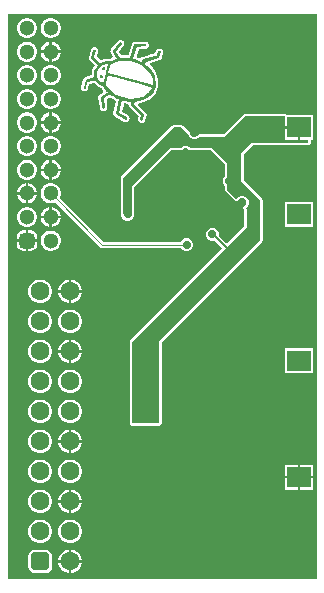
<source format=gbl>
G04*
G04 #@! TF.GenerationSoftware,Altium Limited,Altium Designer,23.3.1 (30)*
G04*
G04 Layer_Physical_Order=2*
G04 Layer_Color=16711680*
%FSLAX44Y44*%
%MOMM*%
G71*
G04*
G04 #@! TF.SameCoordinates,73034098-7AF1-4D24-A32C-B869409C610D*
G04*
G04*
G04 #@! TF.FilePolarity,Positive*
G04*
G01*
G75*
%ADD37C,0.1500*%
%ADD38C,0.1250*%
%ADD40R,2.0000X1.7000*%
%ADD41C,1.3000*%
G04:AMPARAMS|DCode=42|XSize=1.3mm|YSize=1.3mm|CornerRadius=0.325mm|HoleSize=0mm|Usage=FLASHONLY|Rotation=90.000|XOffset=0mm|YOffset=0mm|HoleType=Round|Shape=RoundedRectangle|*
%AMROUNDEDRECTD42*
21,1,1.3000,0.6500,0,0,90.0*
21,1,0.6500,1.3000,0,0,90.0*
1,1,0.6500,0.3250,0.3250*
1,1,0.6500,0.3250,-0.3250*
1,1,0.6500,-0.3250,-0.3250*
1,1,0.6500,-0.3250,0.3250*
%
%ADD42ROUNDEDRECTD42*%
%ADD43C,1.6000*%
G04:AMPARAMS|DCode=44|XSize=1.6mm|YSize=1.6mm|CornerRadius=0.4mm|HoleSize=0mm|Usage=FLASHONLY|Rotation=90.000|XOffset=0mm|YOffset=0mm|HoleType=Round|Shape=RoundedRectangle|*
%AMROUNDEDRECTD44*
21,1,1.6000,0.8000,0,0,90.0*
21,1,0.8000,1.6000,0,0,90.0*
1,1,0.8000,0.4000,0.4000*
1,1,0.8000,0.4000,-0.4000*
1,1,0.8000,-0.4000,-0.4000*
1,1,0.8000,-0.4000,0.4000*
%
%ADD44ROUNDEDRECTD44*%
%ADD45C,0.7000*%
G36*
X283000Y145250D02*
X21500D01*
Y623250D01*
X283000D01*
Y145250D01*
D02*
G37*
%LPC*%
G36*
X58919Y620150D02*
X56681D01*
X54519Y619571D01*
X52581Y618452D01*
X50998Y616869D01*
X49879Y614931D01*
X49300Y612769D01*
Y610531D01*
X49879Y608369D01*
X50998Y606431D01*
X52581Y604848D01*
X54519Y603729D01*
X56681Y603150D01*
X58919D01*
X61081Y603729D01*
X63019Y604848D01*
X64602Y606431D01*
X65721Y608369D01*
X66300Y610531D01*
Y612769D01*
X65721Y614931D01*
X64602Y616869D01*
X63019Y618452D01*
X61081Y619571D01*
X58919Y620150D01*
D02*
G37*
G36*
X38919D02*
X36681D01*
X34519Y619571D01*
X32581Y618452D01*
X30998Y616869D01*
X29879Y614931D01*
X29300Y612769D01*
Y610531D01*
X29879Y608369D01*
X30998Y606431D01*
X32581Y604848D01*
X34519Y603729D01*
X36681Y603150D01*
X38919D01*
X41081Y603729D01*
X43019Y604848D01*
X44602Y606431D01*
X45721Y608369D01*
X46300Y610531D01*
Y612769D01*
X45721Y614931D01*
X44602Y616869D01*
X43019Y618452D01*
X41081Y619571D01*
X38919Y620150D01*
D02*
G37*
G36*
X117217Y601505D02*
X117217Y601505D01*
X117216Y601505D01*
X116722Y601495D01*
X116706Y601491D01*
X116689Y601494D01*
X116318Y601405D01*
X115945Y601322D01*
X115932Y601313D01*
X115915Y601309D01*
X115426Y601084D01*
X115419Y601079D01*
X115411Y601077D01*
X115096Y600846D01*
X114781Y600617D01*
X114777Y600611D01*
X114770Y600606D01*
X114341Y600135D01*
X114310Y600084D01*
X114263Y600045D01*
X108938Y593473D01*
X108770Y593154D01*
X108589Y592840D01*
X108584Y592802D01*
X108567Y592769D01*
X108534Y592409D01*
X108488Y592051D01*
X108497Y592014D01*
X108494Y591977D01*
X108601Y591631D01*
X108695Y591283D01*
X109103Y590461D01*
X109111Y590450D01*
X109115Y590437D01*
X109526Y589636D01*
X109534Y589626D01*
X109537Y589614D01*
X109952Y588828D01*
X109959Y588820D01*
X109962Y588809D01*
X110359Y588076D01*
X110394Y587989D01*
X110404Y587924D01*
X109877Y586539D01*
X109792Y586476D01*
X109584Y586391D01*
X108645Y586020D01*
X107830Y585718D01*
X107236Y585529D01*
X106949Y585470D01*
X106608Y585451D01*
X106280Y585458D01*
X105954Y585483D01*
X105597Y585514D01*
X105550Y585509D01*
X105505Y585521D01*
X105115Y585538D01*
X105031Y585525D01*
X104946Y585538D01*
X104496Y585520D01*
X104407Y585499D01*
X104316Y585505D01*
X103762Y585434D01*
X103690Y585410D01*
X103614Y585409D01*
X102915Y585267D01*
X102868Y585247D01*
X102818Y585244D01*
X102296Y585111D01*
X102260Y585093D01*
X102219Y585090D01*
X101750Y584950D01*
X101714Y584931D01*
X101673Y584926D01*
X101242Y584778D01*
X101211Y584761D01*
X101177Y584755D01*
X100767Y584600D01*
X100739Y584582D01*
X100706Y584575D01*
X100262Y584390D01*
X97188Y587523D01*
X98118Y591348D01*
X98123Y591484D01*
X98164Y591615D01*
X98225Y592189D01*
X98222Y592219D01*
X98230Y592249D01*
X98186Y592614D01*
X98153Y592981D01*
X98138Y593008D01*
X98135Y593039D01*
X97991Y593477D01*
X97963Y593526D01*
X97954Y593582D01*
X97769Y593871D01*
X97600Y594170D01*
X97556Y594205D01*
X97526Y594253D01*
X97234Y594558D01*
X96913Y594782D01*
X96594Y595009D01*
X96210Y595180D01*
X95887Y595254D01*
X95569Y595349D01*
X95149Y595389D01*
X94827Y595356D01*
X94504Y595347D01*
X94105Y595256D01*
X93757Y595100D01*
X93405Y594950D01*
X93083Y594729D01*
X93024Y594669D01*
X92950Y594629D01*
X92748Y594385D01*
X92527Y594159D01*
X92496Y594081D01*
X92442Y594016D01*
X92253Y593667D01*
X92178Y593424D01*
X92070Y593194D01*
X90395Y586533D01*
X90385Y586334D01*
X90336Y586141D01*
X90365Y585941D01*
X90355Y585738D01*
X90422Y585550D01*
X90451Y585353D01*
X90555Y585180D01*
X90623Y584989D01*
X90757Y584841D01*
X90859Y584670D01*
X94986Y580096D01*
X94236Y578994D01*
X94188Y578881D01*
X94112Y578786D01*
X93522Y577649D01*
X93483Y577512D01*
X93410Y577389D01*
X93001Y576231D01*
X92979Y576082D01*
X92922Y575942D01*
X92687Y574738D01*
X92688Y574595D01*
X92652Y574456D01*
X92585Y573180D01*
X92603Y573057D01*
X92587Y572933D01*
X92677Y571628D01*
X86809Y569805D01*
X86588Y569685D01*
X86352Y569598D01*
X86241Y569496D01*
X86110Y569425D01*
X85951Y569229D01*
X85766Y569059D01*
X85703Y568923D01*
X85609Y568806D01*
X85538Y568565D01*
X85432Y568337D01*
X83809Y561631D01*
X83800Y561406D01*
X83752Y561187D01*
X83745Y560787D01*
X83758Y560714D01*
X83748Y560640D01*
X83828Y560325D01*
X83886Y560004D01*
X83926Y559941D01*
X83945Y559869D01*
X84101Y559544D01*
X84111Y559530D01*
X84116Y559513D01*
X84350Y559212D01*
X84578Y558907D01*
X84593Y558898D01*
X84603Y558885D01*
X84878Y558646D01*
X85174Y558478D01*
X85459Y558292D01*
X85807Y558154D01*
X86117Y558096D01*
X86422Y558014D01*
X86796Y557988D01*
X87139Y558032D01*
X87485Y558058D01*
X87841Y558158D01*
X87855Y558165D01*
X87871Y558166D01*
X88210Y558344D01*
X88551Y558517D01*
X88561Y558529D01*
X88575Y558536D01*
X88868Y558773D01*
X88904Y558816D01*
X88952Y558845D01*
X89157Y559120D01*
X89377Y559385D01*
X89394Y559438D01*
X89427Y559483D01*
X89612Y559871D01*
X89664Y560076D01*
X89753Y560268D01*
X90687Y564138D01*
X91065Y564237D01*
X92037Y564484D01*
X93060Y564740D01*
X94067Y564987D01*
X94996Y565212D01*
X95095Y565236D01*
X95614Y564583D01*
X95641Y564560D01*
X95659Y564528D01*
X96208Y563884D01*
X96258Y563844D01*
X96293Y563790D01*
X96833Y563231D01*
X96904Y563182D01*
X96957Y563114D01*
X97533Y562609D01*
X97611Y562564D01*
X97672Y562498D01*
X98330Y562017D01*
X98400Y561984D01*
X98456Y561932D01*
X99242Y561443D01*
X99294Y561423D01*
X99336Y561387D01*
X100294Y560860D01*
X100327Y560850D01*
X100355Y560828D01*
X100976Y560513D01*
X101163Y560405D01*
X101241Y560233D01*
X101274Y560187D01*
X101290Y560132D01*
X101516Y559699D01*
X101568Y559634D01*
X101598Y559556D01*
X101968Y558968D01*
X102011Y558923D01*
X102036Y558866D01*
X102254Y558563D01*
X102347Y558330D01*
X102357Y558274D01*
X102198Y557183D01*
X101982Y556865D01*
X101367Y556459D01*
X101362Y556455D01*
X101356Y556452D01*
X100555Y555916D01*
X100548Y555909D01*
X100539Y555905D01*
X99744Y555362D01*
X99734Y555353D01*
X99722Y555347D01*
X98944Y554801D01*
X98724Y554571D01*
X98486Y554359D01*
X98451Y554285D01*
X98394Y554225D01*
X98279Y553929D01*
X98141Y553642D01*
X98136Y553560D01*
X98107Y553483D01*
X98114Y553165D01*
X98096Y552848D01*
X99291Y544366D01*
X99338Y544231D01*
X99350Y544088D01*
X99509Y543536D01*
X99523Y543508D01*
X99526Y543478D01*
X99705Y543156D01*
X99873Y542829D01*
X99897Y542809D01*
X99912Y542782D01*
X100239Y542395D01*
X100244Y542391D01*
X100247Y542385D01*
X100557Y542142D01*
X100861Y541900D01*
X100868Y541898D01*
X100873Y541893D01*
X101307Y541673D01*
X101659Y541575D01*
X102007Y541465D01*
X102486Y541412D01*
X102844Y541444D01*
X103202Y541461D01*
X103662Y541575D01*
X103662D01*
X103662Y541575D01*
X103665Y541576D01*
X104020Y541744D01*
X104382Y541914D01*
X104768Y542198D01*
X104800Y542233D01*
X104841Y542255D01*
X105066Y542526D01*
X105304Y542786D01*
X105320Y542831D01*
X105350Y542867D01*
X105596Y543321D01*
X105606Y543353D01*
X105626Y543378D01*
X105723Y543731D01*
X105832Y544081D01*
X105829Y544114D01*
X105837Y544145D01*
X105883Y544770D01*
X105860Y544951D01*
X105877Y545133D01*
X105224Y551296D01*
X108196Y553074D01*
X108736Y552693D01*
X108778Y552674D01*
X108812Y552643D01*
X109822Y551996D01*
X109857Y551982D01*
X109884Y551957D01*
X110971Y551316D01*
X111004Y551304D01*
X111031Y551282D01*
X112138Y550678D01*
X112175Y550666D01*
X112206Y550642D01*
X113278Y550108D01*
X113326Y550095D01*
X113367Y550067D01*
X113579Y549974D01*
X110859Y539437D01*
X110854Y539330D01*
X110817Y539229D01*
X110831Y538936D01*
X110815Y538643D01*
X110850Y538541D01*
X110855Y538434D01*
X110981Y538169D01*
X111077Y537892D01*
X111149Y537812D01*
X111195Y537715D01*
X111412Y537517D01*
X111608Y537298D01*
X111704Y537252D01*
X111784Y537180D01*
X120186Y532129D01*
X120338Y532075D01*
X120473Y531987D01*
X120832Y531841D01*
X121055Y531799D01*
X121268Y531719D01*
X121443Y531725D01*
X121614Y531693D01*
X121836Y531739D01*
X122064Y531747D01*
X122403Y531827D01*
X122484Y531864D01*
X122573Y531875D01*
X122844Y532028D01*
X123127Y532157D01*
X123188Y532223D01*
X123266Y532267D01*
X123559Y532519D01*
X123762Y532779D01*
X123983Y533025D01*
X124204Y533398D01*
X124293Y533651D01*
X124414Y533891D01*
X124536Y534331D01*
X124557Y534612D01*
X124611Y534888D01*
X124608Y535344D01*
X124537Y535690D01*
X124482Y536038D01*
X124328Y536455D01*
X124304Y536494D01*
X124295Y536540D01*
X124097Y536833D01*
X123913Y537133D01*
X123875Y537161D01*
X123849Y537199D01*
X123518Y537527D01*
X123325Y537654D01*
X123155Y537812D01*
X118087Y540941D01*
X119680Y546886D01*
X120239Y548007D01*
X121267Y547785D01*
X121291Y547785D01*
X121313Y547776D01*
X122311Y547584D01*
X122337Y547585D01*
X122362Y547575D01*
X122523Y547549D01*
X122724Y547492D01*
X123526Y546911D01*
X123727Y546408D01*
X123802Y546211D01*
X123840Y546004D01*
X123944Y545844D01*
X124012Y545665D01*
X124157Y545513D01*
X124272Y545336D01*
X132269Y537077D01*
X131755Y535119D01*
X131742Y534905D01*
X131691Y534698D01*
X131669Y534228D01*
X131682Y534140D01*
X131668Y534052D01*
X131741Y533749D01*
X131787Y533441D01*
X131833Y533364D01*
X131853Y533278D01*
X132023Y532910D01*
X132045Y532880D01*
X132055Y532844D01*
X132278Y532559D01*
X132490Y532266D01*
X132522Y532246D01*
X132545Y532217D01*
X132852Y531953D01*
X133141Y531790D01*
X133419Y531608D01*
X133808Y531451D01*
X134078Y531400D01*
X134339Y531316D01*
X134755Y531268D01*
X135036Y531292D01*
X135319Y531282D01*
X135708Y531346D01*
X136053Y531476D01*
X136401Y531595D01*
X136708Y531773D01*
X136807Y531861D01*
X136926Y531920D01*
X137103Y532122D01*
X137305Y532300D01*
X137363Y532419D01*
X137450Y532519D01*
X137620Y532813D01*
X137706Y533068D01*
X137825Y533310D01*
X139048Y537940D01*
X139064Y538193D01*
X139116Y538442D01*
X139088Y538587D01*
X139098Y538734D01*
X139015Y538974D01*
X138968Y539224D01*
X138887Y539347D01*
X138839Y539486D01*
X138671Y539677D01*
X138532Y539889D01*
X132067Y546475D01*
X132102Y546711D01*
X132597Y547748D01*
X134056Y548119D01*
X134120Y548149D01*
X134191Y548158D01*
X136123Y548793D01*
X136198Y548835D01*
X136283Y548853D01*
X138323Y549719D01*
X138407Y549776D01*
X138505Y549807D01*
X140585Y550945D01*
X140676Y551021D01*
X140784Y551069D01*
X142836Y552520D01*
X142928Y552617D01*
X143042Y552687D01*
X144997Y554493D01*
X145106Y554642D01*
X145243Y554765D01*
X145922Y555667D01*
X145926Y555676D01*
X145932Y555681D01*
X146671Y556663D01*
X146746Y556818D01*
X146853Y556953D01*
X147870Y558923D01*
X147919Y559095D01*
X148005Y559252D01*
X148639Y561289D01*
X148658Y561460D01*
X148714Y561623D01*
X148997Y563724D01*
X148987Y563880D01*
X149015Y564034D01*
X148975Y566195D01*
X148947Y566326D01*
X148953Y566460D01*
X148621Y568677D01*
X148583Y568781D01*
X148576Y568892D01*
X147981Y571161D01*
X147941Y571242D01*
X147928Y571331D01*
X147099Y573648D01*
X147016Y573785D01*
X146969Y573937D01*
X146240Y575273D01*
X146185Y575339D01*
X146153Y575419D01*
X145338Y576656D01*
X145282Y576712D01*
X145247Y576783D01*
X144360Y577928D01*
X144307Y577975D01*
X144271Y578036D01*
X143328Y579096D01*
X143279Y579133D01*
X143244Y579184D01*
X142259Y580167D01*
X142215Y580196D01*
X142184Y580238D01*
X141601Y580762D01*
X141853Y582111D01*
X141884Y582156D01*
X150453Y584492D01*
X150680Y584604D01*
X150920Y584684D01*
X151033Y584780D01*
X151165Y584846D01*
X151331Y585038D01*
X151523Y585203D01*
X151590Y585335D01*
X151687Y585447D01*
X151768Y585687D01*
X151882Y585913D01*
X153190Y590625D01*
X153211Y590908D01*
X153265Y591185D01*
X153262Y591543D01*
X153232Y591689D01*
X153239Y591837D01*
X153152Y592075D01*
X153101Y592323D01*
X153018Y592445D01*
X152967Y592585D01*
X152779Y592896D01*
X152519Y593180D01*
X152263Y593467D01*
X151941Y593709D01*
X151684Y593834D01*
X151442Y593986D01*
X151039Y594140D01*
X150778Y594185D01*
X150525Y594263D01*
X150092Y594309D01*
X149785Y594281D01*
X149476Y594281D01*
X149065Y594198D01*
X149056Y594194D01*
X149046Y594194D01*
X148689Y594041D01*
X148331Y593892D01*
X148324Y593885D01*
X148315Y593881D01*
X147977Y593650D01*
X147913Y593585D01*
X147832Y593541D01*
X147636Y593302D01*
X147420Y593081D01*
X147386Y592996D01*
X147328Y592925D01*
X147115Y592525D01*
X147051Y592311D01*
X146950Y592110D01*
X146438Y590258D01*
X146181Y590186D01*
X144646Y589754D01*
X143002Y589293D01*
X143000Y589292D01*
X142999Y589292D01*
X141308Y588815D01*
X141305Y588813D01*
X141301Y588813D01*
X139627Y588334D01*
X139621Y588331D01*
X139615Y588330D01*
X138019Y587864D01*
X138011Y587859D01*
X138002Y587858D01*
X136547Y587419D01*
X136533Y587411D01*
X136518Y587410D01*
X135266Y587011D01*
X135054Y586894D01*
X134827Y586811D01*
X134709Y586704D01*
X134570Y586627D01*
X134419Y586437D01*
X134240Y586274D01*
X133945Y586013D01*
X132790Y586085D01*
X132629Y586157D01*
X132611Y586161D01*
X132596Y586172D01*
X131596Y586600D01*
X131572Y586605D01*
X131550Y586619D01*
X130561Y587015D01*
X130768Y588268D01*
X132290Y593950D01*
X137813Y593969D01*
X137999Y594007D01*
X138190Y594006D01*
X138666Y594097D01*
X138694Y594108D01*
X138723Y594109D01*
X139061Y594258D01*
X139403Y594397D01*
X139424Y594417D01*
X139451Y594429D01*
X139790Y594666D01*
X139802Y594678D01*
X139817Y594685D01*
X140077Y594965D01*
X140341Y595241D01*
X140347Y595256D01*
X140358Y595268D01*
X140563Y595602D01*
X140689Y595941D01*
X140828Y596276D01*
X140903Y596658D01*
X140902Y596995D01*
X140922Y597332D01*
X140870Y597711D01*
X140751Y598053D01*
X140644Y598400D01*
X140467Y598727D01*
X140444Y598755D01*
X140432Y598790D01*
X140191Y599061D01*
X139960Y599340D01*
X139927Y599357D01*
X139903Y599384D01*
X139605Y599610D01*
X139532Y599645D01*
X139473Y599701D01*
X139176Y599817D01*
X138889Y599956D01*
X138807Y599961D01*
X138732Y599991D01*
X138316Y600064D01*
X138120Y600060D01*
X137927Y600095D01*
X128584Y599946D01*
X128477Y599923D01*
X128367Y599931D01*
X128091Y599840D01*
X127806Y599778D01*
X127716Y599716D01*
X127612Y599681D01*
X127391Y599491D01*
X127152Y599326D01*
X127092Y599233D01*
X127009Y599162D01*
X126878Y598902D01*
X126721Y598657D01*
X126701Y598549D01*
X126651Y598451D01*
X124228Y589691D01*
X123800Y588506D01*
X123230Y588557D01*
X123190Y588553D01*
X123152Y588562D01*
X122583Y588592D01*
X122552Y588587D01*
X122520Y588594D01*
X121950Y588606D01*
X121925Y588602D01*
X121901Y588607D01*
X121327Y588605D01*
X121310Y588601D01*
X121294Y588604D01*
X120714Y588593D01*
X120709Y588592D01*
X120705Y588593D01*
X120221Y588582D01*
X119690Y588570D01*
X119686Y588569D01*
X119683Y588570D01*
X119123Y588555D01*
X119117Y588554D01*
X119111Y588555D01*
X118538Y588537D01*
X118529Y588535D01*
X118520Y588536D01*
X117952Y588513D01*
X117938Y588510D01*
X117924Y588512D01*
X117624Y588496D01*
X115917Y591354D01*
X119467Y596200D01*
X119520Y596314D01*
X119601Y596409D01*
X119932Y596999D01*
X119938Y597018D01*
X119951Y597033D01*
X120061Y597395D01*
X120178Y597755D01*
X120176Y597775D01*
X120182Y597794D01*
X120234Y598327D01*
X120227Y598398D01*
X120243Y598468D01*
X120189Y598792D01*
X120157Y599119D01*
X120123Y599182D01*
X120111Y599252D01*
X119942Y599696D01*
X119918Y599735D01*
X119908Y599780D01*
X119707Y600071D01*
X119520Y600370D01*
X119482Y600397D01*
X119456Y600435D01*
X119122Y600759D01*
X119117Y600762D01*
X119114Y600767D01*
X118781Y600979D01*
X118454Y601190D01*
X118448Y601191D01*
X118443Y601195D01*
X118001Y601367D01*
X118000Y601367D01*
X118000Y601367D01*
X117597Y601438D01*
X117217Y601505D01*
D02*
G37*
G36*
X58919Y600150D02*
X58800D01*
Y592650D01*
X66300D01*
Y592769D01*
X65721Y594931D01*
X64602Y596869D01*
X63019Y598452D01*
X61081Y599571D01*
X58919Y600150D01*
D02*
G37*
G36*
X56800D02*
X56681D01*
X54519Y599571D01*
X52581Y598452D01*
X50998Y596869D01*
X49879Y594931D01*
X49300Y592769D01*
Y592650D01*
X56800D01*
Y600150D01*
D02*
G37*
G36*
X66300Y590650D02*
X58800D01*
Y583150D01*
X58919D01*
X61081Y583729D01*
X63019Y584848D01*
X64602Y586431D01*
X65721Y588369D01*
X66300Y590531D01*
Y590650D01*
D02*
G37*
G36*
X56800D02*
X49300D01*
Y590531D01*
X49879Y588369D01*
X50998Y586431D01*
X52581Y584848D01*
X54519Y583729D01*
X56681Y583150D01*
X56800D01*
Y590650D01*
D02*
G37*
G36*
X38919Y600150D02*
X36681D01*
X34519Y599571D01*
X32581Y598452D01*
X30998Y596869D01*
X29879Y594931D01*
X29300Y592769D01*
Y590531D01*
X29879Y588369D01*
X30998Y586431D01*
X32581Y584848D01*
X34519Y583729D01*
X36681Y583150D01*
X38919D01*
X41081Y583729D01*
X43019Y584848D01*
X44602Y586431D01*
X45721Y588369D01*
X46300Y590531D01*
Y592769D01*
X45721Y594931D01*
X44602Y596869D01*
X43019Y598452D01*
X41081Y599571D01*
X38919Y600150D01*
D02*
G37*
G36*
X58919Y580150D02*
X56681D01*
X54519Y579571D01*
X52581Y578452D01*
X50998Y576869D01*
X49879Y574931D01*
X49300Y572769D01*
Y570531D01*
X49879Y568369D01*
X50998Y566431D01*
X52581Y564848D01*
X54519Y563729D01*
X56681Y563150D01*
X58919D01*
X61081Y563729D01*
X63019Y564848D01*
X64602Y566431D01*
X65721Y568369D01*
X66300Y570531D01*
Y572769D01*
X65721Y574931D01*
X64602Y576869D01*
X63019Y578452D01*
X61081Y579571D01*
X58919Y580150D01*
D02*
G37*
G36*
X38919D02*
X36681D01*
X34519Y579571D01*
X32581Y578452D01*
X30998Y576869D01*
X29879Y574931D01*
X29300Y572769D01*
Y570531D01*
X29879Y568369D01*
X30998Y566431D01*
X32581Y564848D01*
X34519Y563729D01*
X36681Y563150D01*
X38919D01*
X41081Y563729D01*
X43019Y564848D01*
X44602Y566431D01*
X45721Y568369D01*
X46300Y570531D01*
Y572769D01*
X45721Y574931D01*
X44602Y576869D01*
X43019Y578452D01*
X41081Y579571D01*
X38919Y580150D01*
D02*
G37*
G36*
X58919Y560150D02*
X56681D01*
X54519Y559571D01*
X52581Y558452D01*
X50998Y556869D01*
X49879Y554931D01*
X49300Y552769D01*
Y550531D01*
X49879Y548369D01*
X50998Y546431D01*
X52581Y544848D01*
X54519Y543729D01*
X56681Y543150D01*
X58919D01*
X61081Y543729D01*
X63019Y544848D01*
X64602Y546431D01*
X65721Y548369D01*
X66300Y550531D01*
Y552769D01*
X65721Y554931D01*
X64602Y556869D01*
X63019Y558452D01*
X61081Y559571D01*
X58919Y560150D01*
D02*
G37*
G36*
X38919D02*
X36681D01*
X34519Y559571D01*
X32581Y558452D01*
X30998Y556869D01*
X29879Y554931D01*
X29300Y552769D01*
Y550531D01*
X29879Y548369D01*
X30998Y546431D01*
X32581Y544848D01*
X34519Y543729D01*
X36681Y543150D01*
X38919D01*
X41081Y543729D01*
X43019Y544848D01*
X44602Y546431D01*
X45721Y548369D01*
X46300Y550531D01*
Y552769D01*
X45721Y554931D01*
X44602Y556869D01*
X43019Y558452D01*
X41081Y559571D01*
X38919Y560150D01*
D02*
G37*
G36*
X58919Y540150D02*
X58800D01*
Y532650D01*
X66300D01*
Y532769D01*
X65721Y534931D01*
X64602Y536869D01*
X63019Y538452D01*
X61081Y539571D01*
X58919Y540150D01*
D02*
G37*
G36*
X56800D02*
X56681D01*
X54519Y539571D01*
X52581Y538452D01*
X50998Y536869D01*
X49879Y534931D01*
X49300Y532769D01*
Y532650D01*
X56800D01*
Y540150D01*
D02*
G37*
G36*
X66300Y530650D02*
X58800D01*
Y523150D01*
X58919D01*
X61081Y523729D01*
X63019Y524848D01*
X64602Y526431D01*
X65721Y528369D01*
X66300Y530531D01*
Y530650D01*
D02*
G37*
G36*
X56800D02*
X49300D01*
Y530531D01*
X49879Y528369D01*
X50998Y526431D01*
X52581Y524848D01*
X54519Y523729D01*
X56681Y523150D01*
X56800D01*
Y530650D01*
D02*
G37*
G36*
X38919Y540150D02*
X36681D01*
X34519Y539571D01*
X32581Y538452D01*
X30998Y536869D01*
X29879Y534931D01*
X29300Y532769D01*
Y530531D01*
X29879Y528369D01*
X30998Y526431D01*
X32581Y524848D01*
X34519Y523729D01*
X36681Y523150D01*
X38919D01*
X41081Y523729D01*
X43019Y524848D01*
X44602Y526431D01*
X45721Y528369D01*
X46300Y530531D01*
Y532769D01*
X45721Y534931D01*
X44602Y536869D01*
X43019Y538452D01*
X41081Y539571D01*
X38919Y540150D01*
D02*
G37*
G36*
X222500Y538789D02*
X221720Y538634D01*
X221058Y538192D01*
X204631Y521764D01*
X184004D01*
X184003Y521764D01*
X183223Y521609D01*
X182561Y521167D01*
X181460Y520066D01*
X180188Y519539D01*
X178812D01*
X177540Y520066D01*
X176566Y521040D01*
X176026Y522342D01*
X175884Y523059D01*
X175442Y523720D01*
X175442Y523720D01*
X170057Y529105D01*
X169396Y529547D01*
X168615Y529702D01*
X162384D01*
X161604Y529547D01*
X160943Y529105D01*
X117808Y485970D01*
X117366Y485308D01*
X117211Y484528D01*
Y453807D01*
X117366Y453027D01*
X117495Y452834D01*
Y452713D01*
X118333Y450692D01*
X119880Y449145D01*
X121901Y448307D01*
X124089D01*
X126111Y449145D01*
X127658Y450692D01*
X128495Y452713D01*
Y454901D01*
X128475Y454949D01*
Y476341D01*
X160095Y507961D01*
X168222D01*
X169002Y508116D01*
X169664Y508558D01*
X170290Y509184D01*
X171562Y509711D01*
X172938D01*
X174210Y509184D01*
X174836Y508558D01*
X175498Y508116D01*
X176278Y507961D01*
X193655D01*
X205322Y496294D01*
Y486100D01*
X204337Y485116D01*
X203500Y483094D01*
Y480906D01*
X204337Y478885D01*
X205322Y477900D01*
Y474889D01*
X205477Y474109D01*
X205919Y473447D01*
X205919Y473447D01*
X213726Y465640D01*
X213893Y465528D01*
X214035Y465386D01*
X214221Y465309D01*
X214388Y465198D01*
X214585Y465159D01*
X214771Y465082D01*
X214971Y465082D01*
X215168Y465043D01*
X215365Y465082D01*
X215566Y465082D01*
X215735Y465116D01*
X215921Y465192D01*
X215949Y465198D01*
X215949Y465198D01*
X216118Y465232D01*
X216285Y465343D01*
X216471Y465420D01*
X216612Y465562D01*
X216779Y465674D01*
X218040Y466934D01*
X219312Y467461D01*
X220688D01*
X221960Y466934D01*
X222934Y465960D01*
X223461Y464688D01*
Y463312D01*
X222934Y462040D01*
X221674Y460779D01*
X221562Y460612D01*
X221420Y460471D01*
X221343Y460285D01*
X221231Y460118D01*
X221198Y459949D01*
X221198Y459949D01*
X221192Y459921D01*
X221116Y459735D01*
X221082Y459566D01*
X221082Y459365D01*
X221043Y459168D01*
X221082Y458971D01*
X221082Y458771D01*
X221159Y458585D01*
X221198Y458388D01*
X221309Y458221D01*
X221386Y458036D01*
X221528Y457893D01*
X221640Y457726D01*
X221711Y457655D01*
Y443845D01*
X207041Y429175D01*
X200240Y435975D01*
X200250Y436000D01*
Y438188D01*
X199413Y440210D01*
X197866Y441757D01*
X195844Y442594D01*
X193656D01*
X191635Y441757D01*
X190087Y440210D01*
X189250Y438188D01*
Y436000D01*
X190087Y433979D01*
X191635Y432431D01*
X193656Y431594D01*
X195844D01*
X196443Y431842D01*
X203076Y425209D01*
X125308Y347442D01*
X124866Y346780D01*
X124711Y346000D01*
Y277000D01*
X124866Y276220D01*
X125308Y275558D01*
X125970Y275116D01*
X126750Y274961D01*
X149750D01*
X150530Y275116D01*
X151192Y275558D01*
X151634Y276220D01*
X151789Y277000D01*
Y345405D01*
X236692Y430308D01*
X237134Y430970D01*
X237289Y431750D01*
Y466000D01*
X237134Y466780D01*
X236692Y467442D01*
X236692Y467442D01*
X221451Y482683D01*
Y504567D01*
X229345Y512461D01*
X276000D01*
X276780Y512616D01*
X277442Y513058D01*
X277884Y513720D01*
X278039Y514500D01*
Y517000D01*
X280000D01*
Y538000D01*
X257570D01*
X257442Y538192D01*
X256780Y538634D01*
X256000Y538789D01*
X222500D01*
X222500Y538789D01*
D02*
G37*
G36*
X58919Y520150D02*
X56681D01*
X54519Y519571D01*
X52581Y518452D01*
X50998Y516869D01*
X49879Y514931D01*
X49300Y512769D01*
Y510531D01*
X49879Y508369D01*
X50998Y506431D01*
X52581Y504848D01*
X54519Y503729D01*
X56681Y503150D01*
X58919D01*
X61081Y503729D01*
X63019Y504848D01*
X64602Y506431D01*
X65721Y508369D01*
X66300Y510531D01*
Y512769D01*
X65721Y514931D01*
X64602Y516869D01*
X63019Y518452D01*
X61081Y519571D01*
X58919Y520150D01*
D02*
G37*
G36*
X38919D02*
X36681D01*
X34519Y519571D01*
X32581Y518452D01*
X30998Y516869D01*
X29879Y514931D01*
X29300Y512769D01*
Y510531D01*
X29879Y508369D01*
X30998Y506431D01*
X32581Y504848D01*
X34519Y503729D01*
X36681Y503150D01*
X38919D01*
X41081Y503729D01*
X43019Y504848D01*
X44602Y506431D01*
X45721Y508369D01*
X46300Y510531D01*
Y512769D01*
X45721Y514931D01*
X44602Y516869D01*
X43019Y518452D01*
X41081Y519571D01*
X38919Y520150D01*
D02*
G37*
G36*
X58919Y500150D02*
X58800D01*
Y492650D01*
X66300D01*
Y492769D01*
X65721Y494931D01*
X64602Y496869D01*
X63019Y498452D01*
X61081Y499571D01*
X58919Y500150D01*
D02*
G37*
G36*
X56800D02*
X56681D01*
X54519Y499571D01*
X52581Y498452D01*
X50998Y496869D01*
X49879Y494931D01*
X49300Y492769D01*
Y492650D01*
X56800D01*
Y500150D01*
D02*
G37*
G36*
X66300Y490650D02*
X58800D01*
Y483150D01*
X58919D01*
X61081Y483729D01*
X63019Y484848D01*
X64602Y486431D01*
X65721Y488369D01*
X66300Y490531D01*
Y490650D01*
D02*
G37*
G36*
X56800D02*
X49300D01*
Y490531D01*
X49879Y488369D01*
X50998Y486431D01*
X52581Y484848D01*
X54519Y483729D01*
X56681Y483150D01*
X56800D01*
Y490650D01*
D02*
G37*
G36*
X38919Y500150D02*
X36681D01*
X34519Y499571D01*
X32581Y498452D01*
X30998Y496869D01*
X29879Y494931D01*
X29300Y492769D01*
Y490531D01*
X29879Y488369D01*
X30998Y486431D01*
X32581Y484848D01*
X34519Y483729D01*
X36681Y483150D01*
X38919D01*
X41081Y483729D01*
X43019Y484848D01*
X44602Y486431D01*
X45721Y488369D01*
X46300Y490531D01*
Y492769D01*
X45721Y494931D01*
X44602Y496869D01*
X43019Y498452D01*
X41081Y499571D01*
X38919Y500150D01*
D02*
G37*
G36*
Y480150D02*
X38800D01*
Y472650D01*
X46300D01*
Y472769D01*
X45721Y474931D01*
X44602Y476869D01*
X43019Y478452D01*
X41081Y479571D01*
X38919Y480150D01*
D02*
G37*
G36*
X36800D02*
X36681D01*
X34519Y479571D01*
X32581Y478452D01*
X30998Y476869D01*
X29879Y474931D01*
X29300Y472769D01*
Y472650D01*
X36800D01*
Y480150D01*
D02*
G37*
G36*
X46300Y470650D02*
X38800D01*
Y463150D01*
X38919D01*
X41081Y463729D01*
X43019Y464848D01*
X44602Y466431D01*
X45721Y468369D01*
X46300Y470531D01*
Y470650D01*
D02*
G37*
G36*
X36800D02*
X29300D01*
Y470531D01*
X29879Y468369D01*
X30998Y466431D01*
X32581Y464848D01*
X34519Y463729D01*
X36681Y463150D01*
X36800D01*
Y470650D01*
D02*
G37*
G36*
X58919Y460150D02*
X58800D01*
Y452650D01*
X66300D01*
Y452769D01*
X65721Y454931D01*
X64602Y456869D01*
X63019Y458452D01*
X61081Y459571D01*
X58919Y460150D01*
D02*
G37*
G36*
X56800D02*
X56681D01*
X54519Y459571D01*
X52581Y458452D01*
X50998Y456869D01*
X49879Y454931D01*
X49300Y452769D01*
Y452650D01*
X56800D01*
Y460150D01*
D02*
G37*
G36*
X280000Y464500D02*
X256000D01*
Y443500D01*
X280000D01*
Y464500D01*
D02*
G37*
G36*
X66300Y450650D02*
X58800D01*
Y443150D01*
X58919D01*
X61081Y443729D01*
X63019Y444848D01*
X64602Y446431D01*
X65721Y448369D01*
X66300Y450531D01*
Y450650D01*
D02*
G37*
G36*
X56800D02*
X49300D01*
Y450531D01*
X49879Y448369D01*
X50998Y446431D01*
X52581Y444848D01*
X54519Y443729D01*
X56681Y443150D01*
X56800D01*
Y450650D01*
D02*
G37*
G36*
X38919Y460150D02*
X36681D01*
X34519Y459571D01*
X32581Y458452D01*
X30998Y456869D01*
X29879Y454931D01*
X29300Y452769D01*
Y450531D01*
X29879Y448369D01*
X30998Y446431D01*
X32581Y444848D01*
X34519Y443729D01*
X36681Y443150D01*
X38919D01*
X41081Y443729D01*
X43019Y444848D01*
X44602Y446431D01*
X45721Y448369D01*
X46300Y450531D01*
Y452769D01*
X45721Y454931D01*
X44602Y456869D01*
X43019Y458452D01*
X41081Y459571D01*
X38919Y460150D01*
D02*
G37*
G36*
X41050Y440253D02*
X38800D01*
Y432650D01*
X46403D01*
Y434900D01*
X45995Y436948D01*
X44835Y438685D01*
X43098Y439845D01*
X41050Y440253D01*
D02*
G37*
G36*
X36800D02*
X34550D01*
X32502Y439845D01*
X30765Y438685D01*
X29605Y436948D01*
X29197Y434900D01*
Y432650D01*
X36800D01*
Y440253D01*
D02*
G37*
G36*
X58919Y440150D02*
X56681D01*
X54519Y439571D01*
X52581Y438452D01*
X50998Y436869D01*
X49879Y434931D01*
X49300Y432769D01*
Y430531D01*
X49879Y428369D01*
X50998Y426431D01*
X52581Y424848D01*
X54519Y423729D01*
X56681Y423150D01*
X58919D01*
X61081Y423729D01*
X63019Y424848D01*
X64602Y426431D01*
X65721Y428369D01*
X66300Y430531D01*
Y432769D01*
X65721Y434931D01*
X64602Y436869D01*
X63019Y438452D01*
X61081Y439571D01*
X58919Y440150D01*
D02*
G37*
G36*
X46403Y430650D02*
X38800D01*
Y423047D01*
X41050D01*
X43098Y423455D01*
X44835Y424615D01*
X45995Y426352D01*
X46403Y428400D01*
Y430650D01*
D02*
G37*
G36*
X36800D02*
X29197D01*
Y428400D01*
X29605Y426352D01*
X30765Y424615D01*
X32502Y423455D01*
X34550Y423047D01*
X36800D01*
Y430650D01*
D02*
G37*
G36*
X58919Y480150D02*
X56681D01*
X54519Y479571D01*
X52581Y478452D01*
X50998Y476869D01*
X49879Y474931D01*
X49300Y472769D01*
Y470531D01*
X49879Y468369D01*
X50998Y466431D01*
X52581Y464848D01*
X54519Y463729D01*
X56681Y463150D01*
X58919D01*
X61081Y463729D01*
X61623Y464042D01*
X99807Y425858D01*
X99808Y425858D01*
X100676Y425277D01*
X101700Y425074D01*
X168259D01*
X168337Y424884D01*
X169884Y423337D01*
X171906Y422500D01*
X174094D01*
X176115Y423337D01*
X177663Y424884D01*
X178500Y426906D01*
Y429094D01*
X177663Y431115D01*
X176115Y432663D01*
X174094Y433500D01*
X171906D01*
X169884Y432663D01*
X168337Y431115D01*
X168052Y430426D01*
X102809D01*
X65408Y467827D01*
X65721Y468369D01*
X66300Y470531D01*
Y472769D01*
X65721Y474931D01*
X64602Y476869D01*
X63019Y478452D01*
X61081Y479571D01*
X58919Y480150D01*
D02*
G37*
G36*
X75717Y398600D02*
X75400D01*
Y389600D01*
X84400D01*
Y389916D01*
X83719Y392460D01*
X82402Y394740D01*
X80540Y396602D01*
X78260Y397919D01*
X75717Y398600D01*
D02*
G37*
G36*
X73400D02*
X73084D01*
X70540Y397919D01*
X68260Y396602D01*
X66398Y394740D01*
X65082Y392460D01*
X64400Y389916D01*
Y389600D01*
X73400D01*
Y398600D01*
D02*
G37*
G36*
X84400Y387600D02*
X75400D01*
Y378600D01*
X75717D01*
X78260Y379282D01*
X80540Y380598D01*
X82402Y382460D01*
X83719Y384740D01*
X84400Y387284D01*
Y387600D01*
D02*
G37*
G36*
X73400D02*
X64400D01*
Y387284D01*
X65082Y384740D01*
X66398Y382460D01*
X68260Y380598D01*
X70540Y379282D01*
X73084Y378600D01*
X73400D01*
Y387600D01*
D02*
G37*
G36*
X50317Y398600D02*
X47684D01*
X45140Y397919D01*
X42860Y396602D01*
X40998Y394740D01*
X39681Y392460D01*
X39000Y389916D01*
Y387284D01*
X39681Y384740D01*
X40998Y382460D01*
X42860Y380598D01*
X45140Y379282D01*
X47684Y378600D01*
X50317D01*
X52860Y379282D01*
X55140Y380598D01*
X57002Y382460D01*
X58319Y384740D01*
X59000Y387284D01*
Y389916D01*
X58319Y392460D01*
X57002Y394740D01*
X55140Y396602D01*
X52860Y397919D01*
X50317Y398600D01*
D02*
G37*
G36*
X75717Y373200D02*
X73084D01*
X70540Y372519D01*
X68260Y371202D01*
X66398Y369340D01*
X65082Y367060D01*
X64400Y364516D01*
Y361884D01*
X65082Y359340D01*
X66398Y357060D01*
X68260Y355198D01*
X70540Y353881D01*
X73084Y353200D01*
X75717D01*
X78260Y353881D01*
X80540Y355198D01*
X82402Y357060D01*
X83719Y359340D01*
X84400Y361884D01*
Y364516D01*
X83719Y367060D01*
X82402Y369340D01*
X80540Y371202D01*
X78260Y372519D01*
X75717Y373200D01*
D02*
G37*
G36*
X50317D02*
X47684D01*
X45140Y372519D01*
X42860Y371202D01*
X40998Y369340D01*
X39681Y367060D01*
X39000Y364516D01*
Y361884D01*
X39681Y359340D01*
X40998Y357060D01*
X42860Y355198D01*
X45140Y353881D01*
X47684Y353200D01*
X50317D01*
X52860Y353881D01*
X55140Y355198D01*
X57002Y357060D01*
X58319Y359340D01*
X59000Y361884D01*
Y364516D01*
X58319Y367060D01*
X57002Y369340D01*
X55140Y371202D01*
X52860Y372519D01*
X50317Y373200D01*
D02*
G37*
G36*
X75717Y347800D02*
X75400D01*
Y338800D01*
X84400D01*
Y339117D01*
X83719Y341660D01*
X82402Y343940D01*
X80540Y345802D01*
X78260Y347118D01*
X75717Y347800D01*
D02*
G37*
G36*
X73400D02*
X73084D01*
X70540Y347118D01*
X68260Y345802D01*
X66398Y343940D01*
X65082Y341660D01*
X64400Y339117D01*
Y338800D01*
X73400D01*
Y347800D01*
D02*
G37*
G36*
X84400Y336800D02*
X75400D01*
Y327800D01*
X75717D01*
X78260Y328481D01*
X80540Y329798D01*
X82402Y331660D01*
X83719Y333940D01*
X84400Y336483D01*
Y336800D01*
D02*
G37*
G36*
X73400D02*
X64400D01*
Y336483D01*
X65082Y333940D01*
X66398Y331660D01*
X68260Y329798D01*
X70540Y328481D01*
X73084Y327800D01*
X73400D01*
Y336800D01*
D02*
G37*
G36*
X50317Y347800D02*
X47684D01*
X45140Y347118D01*
X42860Y345802D01*
X40998Y343940D01*
X39681Y341660D01*
X39000Y339117D01*
Y336483D01*
X39681Y333940D01*
X40998Y331660D01*
X42860Y329798D01*
X45140Y328481D01*
X47684Y327800D01*
X50317D01*
X52860Y328481D01*
X55140Y329798D01*
X57002Y331660D01*
X58319Y333940D01*
X59000Y336483D01*
Y339117D01*
X58319Y341660D01*
X57002Y343940D01*
X55140Y345802D01*
X52860Y347118D01*
X50317Y347800D01*
D02*
G37*
G36*
X280000Y340500D02*
X256000D01*
Y319500D01*
X280000D01*
Y340500D01*
D02*
G37*
G36*
X75717Y322400D02*
X73084D01*
X70540Y321718D01*
X68260Y320402D01*
X66398Y318540D01*
X65082Y316260D01*
X64400Y313717D01*
Y311084D01*
X65082Y308540D01*
X66398Y306260D01*
X68260Y304398D01*
X70540Y303081D01*
X73084Y302400D01*
X75717D01*
X78260Y303081D01*
X80540Y304398D01*
X82402Y306260D01*
X83719Y308540D01*
X84400Y311084D01*
Y313717D01*
X83719Y316260D01*
X82402Y318540D01*
X80540Y320402D01*
X78260Y321718D01*
X75717Y322400D01*
D02*
G37*
G36*
X50317D02*
X47684D01*
X45140Y321718D01*
X42860Y320402D01*
X40998Y318540D01*
X39681Y316260D01*
X39000Y313717D01*
Y311084D01*
X39681Y308540D01*
X40998Y306260D01*
X42860Y304398D01*
X45140Y303081D01*
X47684Y302400D01*
X50317D01*
X52860Y303081D01*
X55140Y304398D01*
X57002Y306260D01*
X58319Y308540D01*
X59000Y311084D01*
Y313717D01*
X58319Y316260D01*
X57002Y318540D01*
X55140Y320402D01*
X52860Y321718D01*
X50317Y322400D01*
D02*
G37*
G36*
X75717Y297000D02*
X73084D01*
X70540Y296318D01*
X68260Y295002D01*
X66398Y293140D01*
X65082Y290860D01*
X64400Y288316D01*
Y285683D01*
X65082Y283140D01*
X66398Y280860D01*
X68260Y278998D01*
X70540Y277682D01*
X73084Y277000D01*
X75717D01*
X78260Y277682D01*
X80540Y278998D01*
X82402Y280860D01*
X83719Y283140D01*
X84400Y285683D01*
Y288316D01*
X83719Y290860D01*
X82402Y293140D01*
X80540Y295002D01*
X78260Y296318D01*
X75717Y297000D01*
D02*
G37*
G36*
X50317D02*
X47684D01*
X45140Y296318D01*
X42860Y295002D01*
X40998Y293140D01*
X39681Y290860D01*
X39000Y288316D01*
Y285683D01*
X39681Y283140D01*
X40998Y280860D01*
X42860Y278998D01*
X45140Y277682D01*
X47684Y277000D01*
X50317D01*
X52860Y277682D01*
X55140Y278998D01*
X57002Y280860D01*
X58319Y283140D01*
X59000Y285683D01*
Y288316D01*
X58319Y290860D01*
X57002Y293140D01*
X55140Y295002D01*
X52860Y296318D01*
X50317Y297000D01*
D02*
G37*
G36*
X75717Y271600D02*
X75400D01*
Y262600D01*
X84400D01*
Y262917D01*
X83719Y265460D01*
X82402Y267740D01*
X80540Y269602D01*
X78260Y270919D01*
X75717Y271600D01*
D02*
G37*
G36*
X73400D02*
X73084D01*
X70540Y270919D01*
X68260Y269602D01*
X66398Y267740D01*
X65082Y265460D01*
X64400Y262917D01*
Y262600D01*
X73400D01*
Y271600D01*
D02*
G37*
G36*
X84400Y260600D02*
X75400D01*
Y251600D01*
X75717D01*
X78260Y252281D01*
X80540Y253598D01*
X82402Y255460D01*
X83719Y257740D01*
X84400Y260284D01*
Y260600D01*
D02*
G37*
G36*
X73400D02*
X64400D01*
Y260284D01*
X65082Y257740D01*
X66398Y255460D01*
X68260Y253598D01*
X70540Y252281D01*
X73084Y251600D01*
X73400D01*
Y260600D01*
D02*
G37*
G36*
X50317Y271600D02*
X47684D01*
X45140Y270919D01*
X42860Y269602D01*
X40998Y267740D01*
X39681Y265460D01*
X39000Y262917D01*
Y260284D01*
X39681Y257740D01*
X40998Y255460D01*
X42860Y253598D01*
X45140Y252281D01*
X47684Y251600D01*
X50317D01*
X52860Y252281D01*
X55140Y253598D01*
X57002Y255460D01*
X58319Y257740D01*
X59000Y260284D01*
Y262917D01*
X58319Y265460D01*
X57002Y267740D01*
X55140Y269602D01*
X52860Y270919D01*
X50317Y271600D01*
D02*
G37*
G36*
X280000Y241750D02*
X269000D01*
Y232250D01*
X280000D01*
Y241750D01*
D02*
G37*
G36*
X267000D02*
X256000D01*
Y232250D01*
X267000D01*
Y241750D01*
D02*
G37*
G36*
X75717Y246200D02*
X73084D01*
X70540Y245518D01*
X68260Y244202D01*
X66398Y242340D01*
X65082Y240060D01*
X64400Y237516D01*
Y234883D01*
X65082Y232340D01*
X66398Y230060D01*
X68260Y228198D01*
X70540Y226882D01*
X73084Y226200D01*
X75717D01*
X78260Y226882D01*
X80540Y228198D01*
X82402Y230060D01*
X83719Y232340D01*
X84400Y234883D01*
Y237516D01*
X83719Y240060D01*
X82402Y242340D01*
X80540Y244202D01*
X78260Y245518D01*
X75717Y246200D01*
D02*
G37*
G36*
X50317D02*
X47684D01*
X45140Y245518D01*
X42860Y244202D01*
X40998Y242340D01*
X39681Y240060D01*
X39000Y237516D01*
Y234883D01*
X39681Y232340D01*
X40998Y230060D01*
X42860Y228198D01*
X45140Y226882D01*
X47684Y226200D01*
X50317D01*
X52860Y226882D01*
X55140Y228198D01*
X57002Y230060D01*
X58319Y232340D01*
X59000Y234883D01*
Y237516D01*
X58319Y240060D01*
X57002Y242340D01*
X55140Y244202D01*
X52860Y245518D01*
X50317Y246200D01*
D02*
G37*
G36*
X280000Y230250D02*
X269000D01*
Y220750D01*
X280000D01*
Y230250D01*
D02*
G37*
G36*
X267000D02*
X256000D01*
Y220750D01*
X267000D01*
Y230250D01*
D02*
G37*
G36*
X75717Y220800D02*
X75400D01*
Y211800D01*
X84400D01*
Y212117D01*
X83719Y214660D01*
X82402Y216940D01*
X80540Y218802D01*
X78260Y220119D01*
X75717Y220800D01*
D02*
G37*
G36*
X73400D02*
X73084D01*
X70540Y220119D01*
X68260Y218802D01*
X66398Y216940D01*
X65082Y214660D01*
X64400Y212117D01*
Y211800D01*
X73400D01*
Y220800D01*
D02*
G37*
G36*
X84400Y209800D02*
X75400D01*
Y200800D01*
X75717D01*
X78260Y201481D01*
X80540Y202798D01*
X82402Y204660D01*
X83719Y206940D01*
X84400Y209484D01*
Y209800D01*
D02*
G37*
G36*
X73400D02*
X64400D01*
Y209484D01*
X65082Y206940D01*
X66398Y204660D01*
X68260Y202798D01*
X70540Y201481D01*
X73084Y200800D01*
X73400D01*
Y209800D01*
D02*
G37*
G36*
X50317Y220800D02*
X47684D01*
X45140Y220119D01*
X42860Y218802D01*
X40998Y216940D01*
X39681Y214660D01*
X39000Y212117D01*
Y209484D01*
X39681Y206940D01*
X40998Y204660D01*
X42860Y202798D01*
X45140Y201481D01*
X47684Y200800D01*
X50317D01*
X52860Y201481D01*
X55140Y202798D01*
X57002Y204660D01*
X58319Y206940D01*
X59000Y209484D01*
Y212117D01*
X58319Y214660D01*
X57002Y216940D01*
X55140Y218802D01*
X52860Y220119D01*
X50317Y220800D01*
D02*
G37*
G36*
X75717Y195400D02*
X73084D01*
X70540Y194718D01*
X68260Y193402D01*
X66398Y191540D01*
X65082Y189260D01*
X64400Y186716D01*
Y184083D01*
X65082Y181540D01*
X66398Y179260D01*
X68260Y177398D01*
X70540Y176082D01*
X73084Y175400D01*
X75717D01*
X78260Y176082D01*
X80540Y177398D01*
X82402Y179260D01*
X83719Y181540D01*
X84400Y184083D01*
Y186716D01*
X83719Y189260D01*
X82402Y191540D01*
X80540Y193402D01*
X78260Y194718D01*
X75717Y195400D01*
D02*
G37*
G36*
X50317D02*
X47684D01*
X45140Y194718D01*
X42860Y193402D01*
X40998Y191540D01*
X39681Y189260D01*
X39000Y186716D01*
Y184083D01*
X39681Y181540D01*
X40998Y179260D01*
X42860Y177398D01*
X45140Y176082D01*
X47684Y175400D01*
X50317D01*
X52860Y176082D01*
X55140Y177398D01*
X57002Y179260D01*
X58319Y181540D01*
X59000Y184083D01*
Y186716D01*
X58319Y189260D01*
X57002Y191540D01*
X55140Y193402D01*
X52860Y194718D01*
X50317Y195400D01*
D02*
G37*
G36*
X75717Y170000D02*
X75400D01*
Y161000D01*
X84400D01*
Y161317D01*
X83719Y163860D01*
X82402Y166140D01*
X80540Y168002D01*
X78260Y169319D01*
X75717Y170000D01*
D02*
G37*
G36*
X73400D02*
X73084D01*
X70540Y169319D01*
X68260Y168002D01*
X66398Y166140D01*
X65082Y163860D01*
X64400Y161317D01*
Y161000D01*
X73400D01*
Y170000D01*
D02*
G37*
G36*
X84400Y159000D02*
X75400D01*
Y150000D01*
X75717D01*
X78260Y150681D01*
X80540Y151998D01*
X82402Y153860D01*
X83719Y156140D01*
X84400Y158684D01*
Y159000D01*
D02*
G37*
G36*
X73400D02*
X64400D01*
Y158684D01*
X65082Y156140D01*
X66398Y153860D01*
X68260Y151998D01*
X70540Y150681D01*
X73084Y150000D01*
X73400D01*
Y159000D01*
D02*
G37*
G36*
X53000Y170117D02*
X45000D01*
X42659Y169652D01*
X40674Y168326D01*
X39348Y166341D01*
X38883Y164000D01*
Y156000D01*
X39348Y153659D01*
X40674Y151674D01*
X42659Y150348D01*
X45000Y149882D01*
X53000D01*
X55341Y150348D01*
X57326Y151674D01*
X58652Y153659D01*
X59117Y156000D01*
Y164000D01*
X58652Y166341D01*
X57326Y168326D01*
X55341Y169652D01*
X53000Y170117D01*
D02*
G37*
%LPD*%
G36*
X117703Y599295D02*
X118036Y598971D01*
X118205Y598527D01*
X118153Y597995D01*
X117822Y597405D01*
X113474Y591469D01*
X116523Y586361D01*
X116978Y586408D01*
X117488Y586446D01*
X118035Y586476D01*
X118603Y586499D01*
X119175Y586517D01*
X119735Y586531D01*
X120267Y586543D01*
X120753Y586554D01*
X121333Y586566D01*
X121908Y586567D01*
X122478Y586555D01*
X123047Y586526D01*
X123617Y586475D01*
X124191Y586397D01*
X124772Y586289D01*
X125363Y586147D01*
X128617Y597907D01*
X137960Y598056D01*
X138375Y597983D01*
X138673Y597758D01*
X138850Y597431D01*
X138902Y597052D01*
X138827Y596671D01*
X138621Y596337D01*
X138282Y596100D01*
X137806Y596008D01*
X130724Y595984D01*
X127977Y585731D01*
X128855Y585463D01*
X129804Y585121D01*
X130793Y584726D01*
X131793Y584297D01*
X132774Y583857D01*
X133705Y583424D01*
X134556Y583021D01*
X135298Y582668D01*
X135885Y585068D01*
X137137Y585467D01*
X138592Y585906D01*
X140188Y586373D01*
X141862Y586852D01*
X143553Y587330D01*
X145197Y587791D01*
X146733Y588222D01*
X148097Y588609D01*
X148915Y591567D01*
X149128Y591967D01*
X149467Y592199D01*
X149878Y592281D01*
X150311Y592235D01*
X150714Y592081D01*
X151035Y591839D01*
X151223Y591529D01*
X151225Y591171D01*
X149917Y586459D01*
X138229Y583273D01*
X137771Y581262D01*
X138788Y580476D01*
X139809Y579632D01*
X140820Y578722D01*
X141804Y577741D01*
X142748Y576680D01*
X143635Y575534D01*
X144450Y574297D01*
X145179Y572961D01*
X146008Y570644D01*
X146604Y568374D01*
X146936Y566157D01*
X146976Y563997D01*
X146692Y561895D01*
X146058Y559858D01*
X145041Y557889D01*
X144303Y556907D01*
X141407Y557683D01*
X143904Y561194D01*
X141772Y561824D01*
X142352Y563987D01*
X144553Y563396D01*
X144568Y565046D01*
X144509Y566513D01*
X144358Y567847D01*
X144094Y569096D01*
X143698Y570310D01*
X143150Y571536D01*
X142430Y572824D01*
X141518Y574222D01*
X139591Y576501D01*
X137183Y578536D01*
X134405Y580299D01*
X131368Y581760D01*
X128182Y582892D01*
X124959Y583665D01*
X121808Y584051D01*
X118841Y584021D01*
X117141Y583815D01*
X115593Y583540D01*
X114186Y583209D01*
X112906Y582836D01*
X111738Y582431D01*
X110672Y582009D01*
X109693Y581582D01*
X108788Y581161D01*
X106809Y573510D01*
X142336Y563991D01*
X141757Y561828D01*
X141182Y561998D01*
X136572Y563294D01*
X130734Y564907D01*
X124331Y566659D01*
X118022Y568372D01*
X112469Y569870D01*
X108334Y570976D01*
X106278Y571511D01*
X106079Y570772D01*
X105833Y569860D01*
X105558Y568828D01*
X105268Y567730D01*
X104980Y566622D01*
X104862Y566152D01*
X102662Y566742D01*
X106479Y580989D01*
X104800Y580933D01*
X103259Y580665D01*
X101864Y580183D01*
X100622Y579485D01*
X99542Y578569D01*
X98631Y577433D01*
X97897Y576073D01*
X97347Y574490D01*
X97115Y573060D01*
X97161Y571616D01*
X97465Y570200D01*
X98010Y568854D01*
X98774Y567620D01*
X99740Y566542D01*
X100889Y565661D01*
X102201Y565020D01*
X102658Y566726D01*
X104858Y566137D01*
X104711Y565557D01*
X104477Y564590D01*
X104293Y563774D01*
X108165Y558962D01*
X113145Y555325D01*
X118834Y552918D01*
X124831Y551794D01*
X130737Y552006D01*
X136151Y553608D01*
X140674Y556653D01*
X141397Y557670D01*
X144292Y556894D01*
X143614Y555991D01*
X141658Y554185D01*
X139607Y552734D01*
X137527Y551596D01*
X135486Y550730D01*
X133554Y550095D01*
X131798Y549649D01*
X130287Y549351D01*
X129088Y549159D01*
X128589Y547107D01*
X137077Y538461D01*
X135853Y533831D01*
X135683Y533537D01*
X135377Y533358D01*
X134987Y533294D01*
X134571Y533342D01*
X134182Y533499D01*
X133875Y533763D01*
X133706Y534131D01*
X133728Y534601D01*
X134533Y537671D01*
X125737Y546754D01*
X126281Y549166D01*
X125455Y549216D01*
X124579Y549304D01*
X123657Y549428D01*
X122695Y549587D01*
X121697Y549779D01*
X120669Y550000D01*
X119617Y550251D01*
X118544Y550528D01*
X115724Y540003D01*
X122084Y536077D01*
X122415Y535749D01*
X122569Y535332D01*
X122571Y534877D01*
X122449Y534437D01*
X122229Y534064D01*
X121935Y533812D01*
X121596Y533732D01*
X121237Y533877D01*
X112834Y538927D01*
X116004Y551208D01*
X115168Y551503D01*
X114187Y551934D01*
X113115Y552467D01*
X112008Y553072D01*
X110921Y553713D01*
X109911Y554360D01*
X109033Y554979D01*
X108342Y555538D01*
X103058Y552377D01*
X103849Y544918D01*
X103804Y544293D01*
X103557Y543839D01*
X103172Y543555D01*
X102709Y543439D01*
X102229Y543492D01*
X101796Y543712D01*
X101469Y544099D01*
X101310Y544651D01*
X100115Y553132D01*
X100894Y553678D01*
X101688Y554221D01*
X102490Y554757D01*
X103287Y555284D01*
X104071Y555797D01*
X104830Y556294D01*
X105555Y556771D01*
X106236Y557227D01*
X105573Y557870D01*
X104913Y558549D01*
X104592Y558904D01*
X104279Y559273D01*
X103979Y559656D01*
X103694Y560054D01*
X103324Y560642D01*
X103098Y561075D01*
X102955Y561392D01*
X102830Y561633D01*
X102663Y561839D01*
X102390Y562050D01*
X101949Y562306D01*
X101277Y562647D01*
X100319Y563174D01*
X99534Y563663D01*
X98876Y564144D01*
X98300Y564648D01*
X97760Y565207D01*
X97210Y565851D01*
X96606Y566612D01*
X95902Y567519D01*
X95312Y567383D01*
X94518Y567194D01*
X93582Y566968D01*
X92568Y566718D01*
X91538Y566461D01*
X90556Y566212D01*
X89686Y565984D01*
X88989Y565795D01*
X87770Y560747D01*
X87586Y560359D01*
X87293Y560122D01*
X86936Y560022D01*
X86561Y560048D01*
X86214Y560187D01*
X85940Y560425D01*
X85784Y560751D01*
X85791Y561151D01*
X87414Y567857D01*
X94966Y570204D01*
X94716Y571700D01*
X94622Y573073D01*
X94689Y574348D01*
X94923Y575552D01*
X95332Y576710D01*
X95922Y577847D01*
X96699Y578990D01*
X97671Y580163D01*
X92373Y586036D01*
X94047Y592697D01*
X94236Y593047D01*
X94558Y593268D01*
X94957Y593359D01*
X95377Y593319D01*
X95761Y593147D01*
X96053Y592842D01*
X96197Y592404D01*
X96136Y591830D01*
X94939Y586904D01*
X99775Y581974D01*
X100679Y582355D01*
X101491Y582693D01*
X101900Y582848D01*
X102332Y582996D01*
X102801Y583135D01*
X103323Y583269D01*
X104022Y583411D01*
X104576Y583483D01*
X105026Y583500D01*
X105416Y583483D01*
X105787Y583450D01*
X106181Y583420D01*
X106642Y583411D01*
X107211Y583442D01*
X107753Y583553D01*
X108494Y583789D01*
X109375Y584116D01*
X110341Y584498D01*
X111336Y584901D01*
X112301Y585292D01*
X113181Y585636D01*
X113918Y585897D01*
X113472Y586684D01*
X113033Y587461D01*
X112601Y588232D01*
X112176Y589003D01*
X111756Y589780D01*
X111341Y590566D01*
X110930Y591367D01*
X110522Y592189D01*
X115848Y598761D01*
X116277Y599231D01*
X116766Y599456D01*
X117261Y599467D01*
X117703Y599295D01*
D02*
G37*
G36*
X103081Y578534D02*
X103499Y578223D01*
X103786Y577781D01*
X103915Y577273D01*
X103932Y577061D01*
X103595Y576318D01*
X103095Y576000D01*
X102496Y575897D01*
X101973Y576019D01*
X101553Y576313D01*
X101263Y576725D01*
X101131Y577203D01*
X101184Y577695D01*
X101379Y578027D01*
X102102Y578541D01*
X102558Y578650D01*
X103081Y578534D01*
D02*
G37*
G36*
X101161Y571618D02*
X101606Y571336D01*
X101932Y570921D01*
X102109Y570434D01*
X102033Y569957D01*
X101884Y569490D01*
X101420Y569156D01*
X100838Y569027D01*
X100307Y569120D01*
X99862Y569385D01*
X99534Y569771D01*
X99356Y570230D01*
X99428Y570689D01*
X99579Y571162D01*
X100046Y571536D01*
X100631Y571706D01*
X101161Y571618D01*
D02*
G37*
G36*
X256000Y528500D02*
X268000D01*
Y527500D01*
X269000D01*
Y517000D01*
X276000D01*
Y514500D01*
X228500D01*
X219412Y505412D01*
Y481838D01*
X235250Y466000D01*
Y431750D01*
X149750Y346250D01*
Y277000D01*
X126750D01*
Y346000D01*
X223750Y443000D01*
Y458500D01*
X223082Y459168D01*
X223116Y459337D01*
X224663Y460885D01*
X225500Y462906D01*
Y465094D01*
X224663Y467116D01*
X223116Y468663D01*
X221094Y469500D01*
X218906D01*
X216884Y468663D01*
X215337Y467116D01*
X215168Y467082D01*
X207361Y474889D01*
Y497139D01*
X194500Y510000D01*
X176278D01*
X175366Y510913D01*
X173344Y511750D01*
X171156D01*
X169135Y510913D01*
X168222Y510000D01*
X159250D01*
X126436Y477186D01*
Y453807D01*
X119250D01*
Y484528D01*
X162384Y527663D01*
X168615D01*
X174000Y522278D01*
Y521906D01*
X174837Y519884D01*
X176385Y518337D01*
X178406Y517500D01*
X180594D01*
X182616Y518337D01*
X184003Y519725D01*
X205475D01*
X222500Y536750D01*
X256000D01*
Y528500D01*
D02*
G37*
%LPC*%
G36*
X267000Y526500D02*
X256000D01*
Y517000D01*
X267000D01*
Y526500D01*
D02*
G37*
%LPD*%
D37*
X194750Y437094D02*
X195156D01*
X212000Y420250D01*
D38*
X101700Y427750D02*
X172750D01*
X173000Y428000D01*
X57800Y471650D02*
X101700Y427750D01*
D40*
X268000Y527500D02*
D03*
Y231250D02*
D03*
Y454000D02*
D03*
Y330000D02*
D03*
D41*
X37800Y471650D02*
D03*
X57800Y451650D02*
D03*
Y611650D02*
D03*
X37800D02*
D03*
X57800Y591650D02*
D03*
X37800D02*
D03*
X57800Y571650D02*
D03*
X37800D02*
D03*
X57800Y551650D02*
D03*
X37800D02*
D03*
X57800Y531650D02*
D03*
X37800D02*
D03*
X57800Y511650D02*
D03*
X37800D02*
D03*
X57800Y491650D02*
D03*
X37800D02*
D03*
X57800Y471650D02*
D03*
X37800Y451650D02*
D03*
X57800Y431650D02*
D03*
D42*
X37800D02*
D03*
D43*
X74400Y160000D02*
D03*
X49000Y185400D02*
D03*
X74400D02*
D03*
X49000Y210800D02*
D03*
X74400D02*
D03*
X49000Y236200D02*
D03*
X74400D02*
D03*
X49000Y261600D02*
D03*
X74400D02*
D03*
X49000Y287000D02*
D03*
X74400D02*
D03*
X49000Y312400D02*
D03*
X74400D02*
D03*
X49000Y337800D02*
D03*
X74400D02*
D03*
X49000Y363200D02*
D03*
X74400D02*
D03*
X49000Y388600D02*
D03*
X74400D02*
D03*
D44*
X49000Y160000D02*
D03*
D45*
X101052Y389948D02*
D03*
X128000Y419000D02*
D03*
X137352Y406648D02*
D03*
X214750Y397750D02*
D03*
X220000Y464000D02*
D03*
X209000Y482000D02*
D03*
X173000Y428000D02*
D03*
X185887Y434169D02*
D03*
X269000Y428000D02*
D03*
X278000Y472000D02*
D03*
X276000Y505000D02*
D03*
X245000Y543000D02*
D03*
X121000Y276000D02*
D03*
X89000Y365000D02*
D03*
X95000Y321000D02*
D03*
X111000Y340000D02*
D03*
X108750Y366750D02*
D03*
X145000Y285500D02*
D03*
X232000Y412000D02*
D03*
X167000Y297750D02*
D03*
X109000Y295000D02*
D03*
X151500Y434500D02*
D03*
X90250Y430500D02*
D03*
X95250Y504000D02*
D03*
X103250Y531500D02*
D03*
X236750Y503000D02*
D03*
X182750Y362750D02*
D03*
X165000Y348500D02*
D03*
X127500Y358750D02*
D03*
X141500Y375500D02*
D03*
X208000Y533250D02*
D03*
X237750Y479750D02*
D03*
X194750Y437094D02*
D03*
X144750Y307500D02*
D03*
X172250Y506250D02*
D03*
X196000Y498750D02*
D03*
X134000Y472500D02*
D03*
X133250Y508250D02*
D03*
X153250Y528000D02*
D03*
X113093Y486894D02*
D03*
X109500Y459500D02*
D03*
X156750Y486000D02*
D03*
X185250Y485750D02*
D03*
X185000Y458250D02*
D03*
X157250Y459000D02*
D03*
X122995Y453807D02*
D03*
X122750Y439750D02*
D03*
X179500Y523000D02*
D03*
X165500D02*
D03*
M02*

</source>
